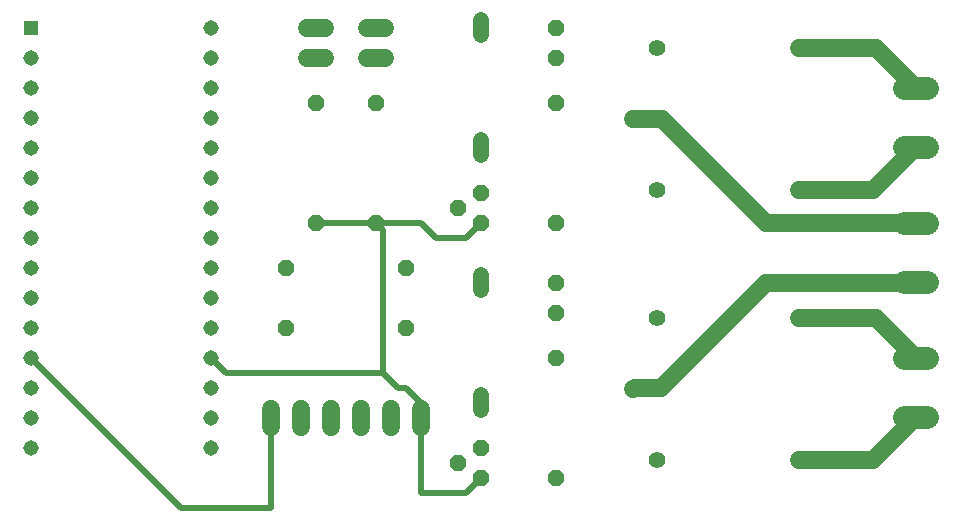
<source format=gbr>
G04 EAGLE Gerber RS-274X export*
G75*
%MOMM*%
%FSLAX34Y34*%
%LPD*%
%INBottom Copper*%
%IPPOS*%
%AMOC8*
5,1,8,0,0,1.08239X$1,22.5*%
G01*
%ADD10R,1.308000X1.308000*%
%ADD11C,1.308000*%
%ADD12C,1.320800*%
%ADD13P,1.429621X8X292.500000*%
%ADD14P,1.429621X8X112.500000*%
%ADD15P,1.429621X8X202.500000*%
%ADD16C,1.408000*%
%ADD17C,1.524000*%
%ADD18C,1.981200*%
%ADD19C,0.508000*%


D10*
X127000Y558800D03*
D11*
X127000Y533400D03*
X127000Y508000D03*
X127000Y482600D03*
X127000Y457200D03*
X127000Y431800D03*
X127000Y406400D03*
X127000Y381000D03*
X127000Y355600D03*
X127000Y330200D03*
X127000Y304800D03*
X127000Y279400D03*
X127000Y254000D03*
X127000Y228600D03*
X127000Y203200D03*
X279400Y203200D03*
X279400Y228600D03*
X279400Y254000D03*
X279400Y279400D03*
X279400Y304800D03*
X279400Y330200D03*
X279400Y355600D03*
X279400Y381000D03*
X279400Y406400D03*
X279400Y431800D03*
X279400Y457200D03*
X279400Y482600D03*
X279400Y508000D03*
X279400Y533400D03*
X279400Y558800D03*
D12*
X508000Y565404D02*
X508000Y552196D01*
X508000Y463804D02*
X508000Y450596D01*
X508000Y349504D02*
X508000Y336296D01*
X508000Y247904D02*
X508000Y234696D01*
D13*
X571500Y558800D03*
X571500Y533400D03*
X571500Y342900D03*
X571500Y317500D03*
D14*
X508000Y419100D03*
X488950Y406400D03*
X508000Y393700D03*
X508000Y203200D03*
X488950Y190500D03*
X508000Y177800D03*
X571500Y177800D03*
X571500Y279400D03*
X571500Y393700D03*
X571500Y495300D03*
D15*
X444500Y355600D03*
X342900Y355600D03*
X444500Y304800D03*
X342900Y304800D03*
D14*
X368300Y393700D03*
X368300Y495300D03*
X419100Y393700D03*
X419100Y495300D03*
D16*
X777300Y421400D03*
X657300Y541400D03*
X637300Y481400D03*
X777300Y541400D03*
X657300Y421400D03*
X777300Y192800D03*
X657300Y312800D03*
X637300Y252800D03*
X777300Y312800D03*
X657300Y192800D03*
D17*
X330200Y220980D02*
X330200Y236220D01*
X355600Y236220D02*
X355600Y220980D01*
X381000Y220980D02*
X381000Y236220D01*
X406400Y236220D02*
X406400Y220980D01*
X431800Y220980D02*
X431800Y236220D01*
X457200Y236220D02*
X457200Y220980D01*
X426720Y558800D02*
X411480Y558800D01*
X411480Y533400D02*
X426720Y533400D01*
X375920Y533400D02*
X360680Y533400D01*
X360680Y558800D02*
X375920Y558800D01*
D18*
X866394Y507746D02*
X886206Y507746D01*
X886206Y457454D02*
X866394Y457454D01*
X866394Y279146D02*
X886206Y279146D01*
X886206Y228854D02*
X866394Y228854D01*
X866394Y343154D02*
X886206Y343154D01*
X886206Y393446D02*
X866394Y393446D01*
D17*
X876300Y343154D02*
X876046Y342900D01*
X749300Y342900D01*
X660400Y254000D01*
X638500Y254000D02*
X637300Y252800D01*
X638500Y254000D02*
X660400Y254000D01*
X842646Y312800D02*
X876300Y279146D01*
X842646Y312800D02*
X777300Y312800D01*
X777300Y192800D02*
X840246Y192800D01*
X876300Y228854D01*
X661600Y481400D02*
X637300Y481400D01*
X749554Y393446D02*
X876300Y393446D01*
X749554Y393446D02*
X661600Y481400D01*
X777300Y421400D02*
X840246Y421400D01*
X876300Y457454D01*
X842646Y541400D02*
X777300Y541400D01*
X842646Y541400D02*
X876300Y507746D01*
D19*
X419100Y393700D02*
X368300Y393700D01*
X279400Y279400D02*
X292100Y266700D01*
X425450Y266700D01*
X508000Y177800D02*
X495300Y165100D01*
X457200Y165100D01*
X457200Y228600D01*
X425450Y266700D02*
X425450Y387350D01*
X419100Y393700D01*
X457200Y393700D01*
X469900Y381000D01*
X495300Y381000D01*
X508000Y393700D01*
X425450Y266700D02*
X438150Y254000D01*
X444500Y254000D01*
X457200Y241300D01*
X457200Y228600D01*
X254000Y152400D02*
X127000Y279400D01*
X254000Y152400D02*
X330200Y152400D01*
X330200Y228600D01*
M02*

</source>
